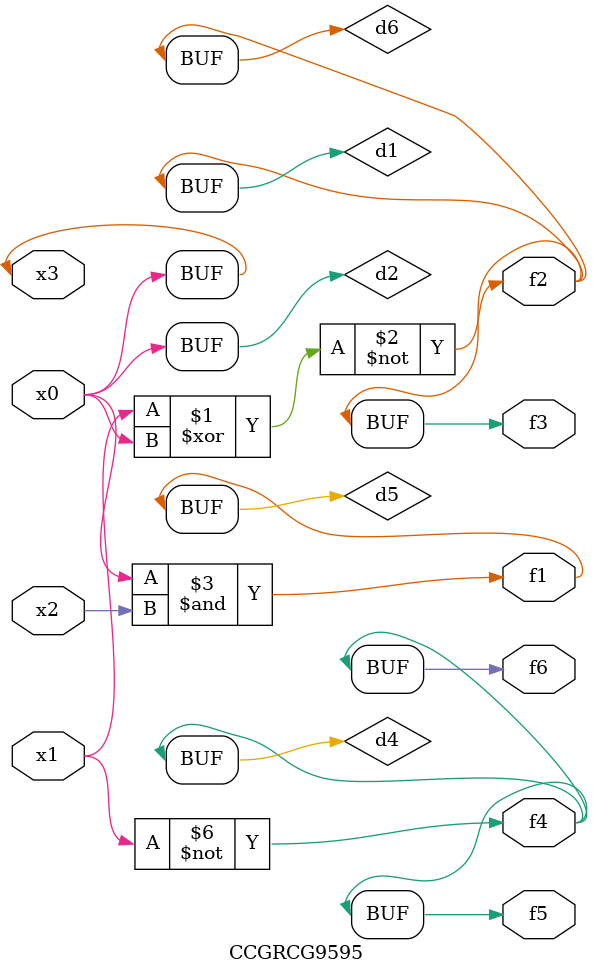
<source format=v>
module CCGRCG9595(
	input x0, x1, x2, x3,
	output f1, f2, f3, f4, f5, f6
);

	wire d1, d2, d3, d4, d5, d6;

	xnor (d1, x1, x3);
	buf (d2, x0, x3);
	nand (d3, x0, x2);
	not (d4, x1);
	nand (d5, d3);
	or (d6, d1);
	assign f1 = d5;
	assign f2 = d6;
	assign f3 = d6;
	assign f4 = d4;
	assign f5 = d4;
	assign f6 = d4;
endmodule

</source>
